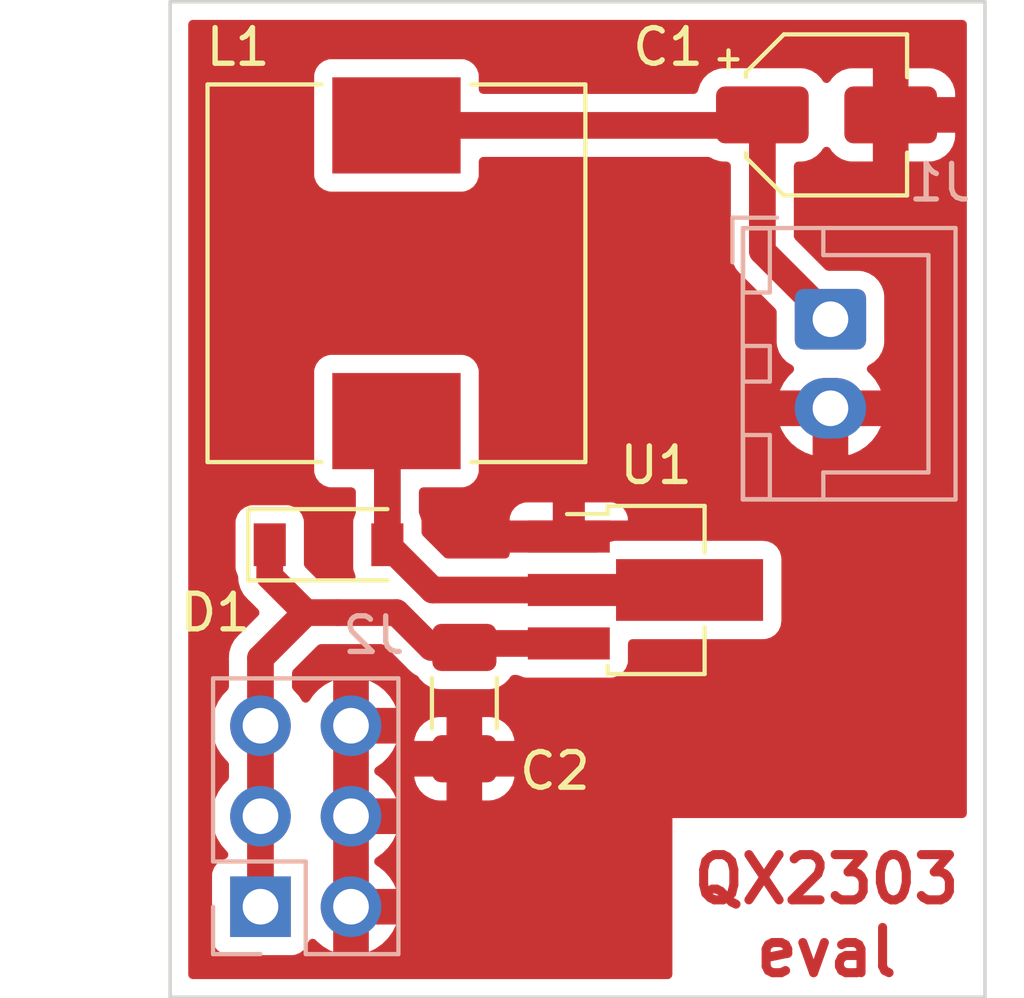
<source format=kicad_pcb>
(kicad_pcb (version 20211014) (generator pcbnew)
  (title_block (title "QX2303L50E breakout") (date "2024-10-12") (rev "0.2") (company "Yavook!de"))
  (layers (0 "F.Cu" signal) (31 "B.Cu" signal) (34 "B.Paste" user) (35 "F.Paste" user) (36 "B.SilkS" user "B.Silkscreen") (37 "F.SilkS" user "F.Silkscreen") (38 "B.Mask" user) (39 "F.Mask" user) (44 "Edge.Cuts" user))
  (net 0 "")
  (net 1 "GND")
  (net 2 "+5V")
  (net 3 "Net-(D1-Pad2)")
  (net 4 "+BATT")
  (footprint "Inductor_SMD:L_10.4x10.4_H4.8" (layer "F.Cu") (at 31.75 33.02 -90)
    (fp_text reference "L1" (at -6.35 4.445 180) (layer "F.SilkS"))
    (fp_text value "47u")
    (fp_line (start 5.3 -5.3) (end 5.3 -2.1) (layer "F.SilkS") (width 0.12))
    (fp_line (start -5.3 5.3) (end -5.3 2.1) (layer "F.SilkS") (width 0.12))
    (fp_line (start -5.3 -2.1) (end -5.3 -5.3) (layer "F.SilkS") (width 0.12))
    (fp_line (start -5.3 -5.3) (end 5.3 -5.3) (layer "F.SilkS") (width 0.12))
    (fp_line (start 5.3 5.3) (end -5.3 5.3) (layer "F.SilkS") (width 0.12))
    (fp_line (start 5.3 2.1) (end 5.3 5.3) (layer "F.SilkS") (width 0.12))
    (pad "1" smd rect (at -4.15 0 270) (size 2.7 3.6) (layers "F.Cu" "F.Paste" "F.Mask") (net 4 "+BATT"))
    (pad "2" smd rect (at 4.15 0 270) (size 2.7 3.6) (layers "F.Cu" "F.Paste" "F.Mask") (net 3 "Net-(D1-Pad2)"))
  )
  (footprint "Package_TO_SOT_SMD:SOT-89-3_Handsoldering" (layer "F.Cu") (at 38.735 41.91)
    (fp_text reference "U1" (at 0.3 -3.5) (layer "F.SilkS"))
    (fp_text value "QX2303L50E")
    (fp_line (start -1.06 2.36) (end -1.06 2.13) (layer "F.SilkS") (width 0.12))
    (fp_line (start -2.2 -2.13) (end -1.06 -2.13) (layer "F.SilkS") (width 0.12))
    (fp_line (start 1.66 2.36) (end -1.06 2.36) (layer "F.SilkS") (width 0.12))
    (fp_line (start 1.66 1.05) (end 1.66 2.36) (layer "F.SilkS") (width 0.12))
    (fp_line (start -1.06 -2.36) (end 1.66 -2.36) (layer "F.SilkS") (width 0.12))
    (fp_line (start -1.06 -2.36) (end -1.06 -2.13) (layer "F.SilkS") (width 0.12))
    (fp_line (start 1.66 -2.36) (end 1.66 -1.05) (layer "F.SilkS") (width 0.12))
    (pad "1" smd rect (at -2.15 -1.5) (size 2.3 0.9) (layers "F.Cu" "F.Paste" "F.Mask") (net 1 "GND"))
    (pad "2" smd custom (at -2.0625 0) (size 2.475 0.9) (layers "F.Cu" "F.Paste" "F.Mask") (net 3 "Net-(D1-Pad2)") (options (clearance outline) (anchor rect)) (primitives (gr_poly (pts (xy 5.3625 0.8665) (xy 1.2375 0.8665) (xy 1.2375 -0.8665) (xy 5.3625 -0.8665)) (width 0) (fill yes))))
    (pad "3" smd rect (at -2.15 1.5) (size 2.3 0.9) (layers "F.Cu" "F.Paste" "F.Mask") (net 2 "+5V"))
  )
  (footprint "Diode_SMD:D_SOD-123" (layer "F.Cu") (at 29.845 40.64)
    (fp_text reference "D1" (at -3.175 1.905) (layer "F.SilkS"))
    (fp_text value "1N5819W")
    (fp_line (start -2.25 -1) (end 1.65 -1) (layer "F.SilkS") (width 0.12))
    (fp_line (start -2.25 1) (end 1.65 1) (layer "F.SilkS") (width 0.12))
    (fp_line (start -2.25 -1) (end -2.25 1) (layer "F.SilkS") (width 0.12))
    (pad "1" smd rect (at -1.65 0) (size 0.9 1.2) (layers "F.Cu" "F.Paste" "F.Mask") (net 2 "+5V"))
    (pad "2" smd rect (at 1.65 0) (size 0.9 1.2) (layers "F.Cu" "F.Paste" "F.Mask") (net 3 "Net-(D1-Pad2)"))
  )
  (footprint "Capacitor_SMD:CP_Elec_4x5.4" (layer "F.Cu") (at 43.815 28.575)
    (fp_text reference "C1" (at -4.445 -1.905) (layer "F.SilkS"))
    (fp_text value "10u")
    (fp_line (start -2.26 -1.195563) (end -1.195563 -2.26) (layer "F.SilkS") (width 0.12))
    (fp_line (start 2.26 2.26) (end 2.26 1.06) (layer "F.SilkS") (width 0.12))
    (fp_line (start -2.26 -1.195563) (end -2.26 -1.06) (layer "F.SilkS") (width 0.12))
    (fp_line (start -2.26 1.195563) (end -2.26 1.06) (layer "F.SilkS") (width 0.12))
    (fp_line (start -1.195563 -2.26) (end 2.26 -2.26) (layer "F.SilkS") (width 0.12))
    (fp_line (start 2.26 -2.26) (end 2.26 -1.06) (layer "F.SilkS") (width 0.12))
    (fp_line (start -2.75 -1.81) (end -2.75 -1.31) (layer "F.SilkS") (width 0.12))
    (fp_line (start -1.195563 2.26) (end 2.26 2.26) (layer "F.SilkS") (width 0.12))
    (fp_line (start -2.26 1.195563) (end -1.195563 2.26) (layer "F.SilkS") (width 0.12))
    (fp_line (start -3 -1.56) (end -2.5 -1.56) (layer "F.SilkS") (width 0.12))
    (pad "1" smd roundrect (at -1.8 0) (size 2.6 1.6) (layers "F.Cu" "F.Paste" "F.Mask") (roundrect_rratio 0.15625) (net 4 "+BATT"))
    (pad "2" smd roundrect (at 1.8 0) (size 2.6 1.6) (layers "F.Cu" "F.Paste" "F.Mask") (roundrect_rratio 0.15625) (net 1 "GND"))
  )
  (footprint "Capacitor_SMD:C_1206_3216Metric_Pad1.33x1.80mm_HandSolder" (layer "F.Cu") (at 33.655 45.085 -90)
    (fp_text reference "C2" (at 1.905 -2.54) (layer "F.SilkS"))
    (fp_text value "22u Ta")
    (fp_line (start -0.711252 -0.91) (end 0.711252 -0.91) (layer "F.SilkS") (width 0.12))
    (fp_line (start -0.711252 0.91) (end 0.711252 0.91) (layer "F.SilkS") (width 0.12))
    (pad "1" smd roundrect (at -1.5625 0 270) (size 1.325 1.8) (layers "F.Cu" "F.Paste" "F.Mask") (roundrect_rratio 0.188679) (net 2 "+5V"))
    (pad "2" smd roundrect (at 1.5625 0 270) (size 1.325 1.8) (layers "F.Cu" "F.Paste" "F.Mask") (roundrect_rratio 0.188679) (net 1 "GND"))
  )
  (footprint "Connector_JST:JST_XH_B2B-XH-A_1x02_P2.50mm_Vertical" (layer "B.Cu") (at 43.925 34.31 -90)
    (fp_text reference "J1" (at -3.83 -3.065 180) (layer "B.SilkS") (effects (justify mirror)))
    (fp_text value "Conn_01x02")
    (fp_line (start -2.56 -3.51) (end 5.06 -3.51) (layer "B.SilkS") (width 0.12))
    (fp_line (start 1.75 2.45) (end 0.75 2.45) (layer "B.SilkS") (width 0.12))
    (fp_line (start -2.55 0.2) (end -1.8 0.2) (layer "B.SilkS") (width 0.12))
    (fp_line (start 5.06 -3.51) (end 5.06 2.46) (layer "B.SilkS") (width 0.12))
    (fp_line (start -0.75 1.7) (end -0.75 2.45) (layer "B.SilkS") (width 0.12))
    (fp_line (start 1.75 1.7) (end 1.75 2.45) (layer "B.SilkS") (width 0.12))
    (fp_line (start 5.05 2.45) (end 3.25 2.45) (layer "B.SilkS") (width 0.12))
    (fp_line (start 4.3 -2.75) (end 1.25 -2.75) (layer "B.SilkS") (width 0.12))
    (fp_line (start -0.75 2.45) (end -2.55 2.45) (layer "B.SilkS") (width 0.12))
    (fp_line (start 4.3 0.2) (end 4.3 -2.75) (layer "B.SilkS") (width 0.12))
    (fp_line (start 3.25 2.45) (end 3.25 1.7) (layer "B.SilkS") (width 0.12))
    (fp_line (start -2.55 1.7) (end -0.75 1.7) (layer "B.SilkS") (width 0.12))
    (fp_line (start -2.56 2.46) (end -2.56 -3.51) (layer "B.SilkS") (width 0.12))
    (fp_line (start -2.85 2.75) (end -2.85 1.5) (layer "B.SilkS") (width 0.12))
    (fp_line (start 5.06 2.46) (end -2.56 2.46) (layer "B.SilkS") (width 0.12))
    (fp_line (start -1.6 2.75) (end -2.85 2.75) (layer "B.SilkS") (width 0.12))
    (fp_line (start 0.75 2.45) (end 0.75 1.7) (layer "B.SilkS") (width 0.12))
    (fp_line (start 0.75 1.7) (end 1.75 1.7) (layer "B.SilkS") (width 0.12))
    (fp_line (start 5.05 1.7) (end 5.05 2.45) (layer "B.SilkS") (width 0.12))
    (fp_line (start -1.8 0.2) (end -1.8 -2.75) (layer "B.SilkS") (width 0.12))
    (fp_line (start -1.8 -2.75) (end 1.25 -2.75) (layer "B.SilkS") (width 0.12))
    (fp_line (start -2.55 2.45) (end -2.55 1.7) (layer "B.SilkS") (width 0.12))
    (fp_line (start 3.25 1.7) (end 5.05 1.7) (layer "B.SilkS") (width 0.12))
    (fp_line (start 5.05 0.2) (end 4.3 0.2) (layer "B.SilkS") (width 0.12))
    (pad "1" thru_hole roundrect (at 0 0 270) (size 1.7 2) (drill 1) (layers *.Cu *.Mask) (roundrect_rratio 0.147059) (net 4 "+BATT"))
    (pad "2" thru_hole oval (at 2.5 0 270) (size 1.7 2) (drill 1) (layers *.Cu *.Mask) (net 1 "GND"))
  )
  (footprint "Connector_PinHeader_2.54mm:PinHeader_2x03_P2.54mm_Vertical" (layer "B.Cu") (at 27.935 50.8)
    (fp_text reference "J2" (at 3.18 -7.62) (layer "B.SilkS") (effects (justify mirror)))
    (fp_text value "Conn_02x03_Odd_Even")
    (fp_line (start -1.33 -1.27) (end -1.33 -6.41) (layer "B.SilkS") (width 0.12))
    (fp_line (start 3.87 1.33) (end 3.87 -6.41) (layer "B.SilkS") (width 0.12))
    (fp_line (start -1.33 -6.41) (end 3.87 -6.41) (layer "B.SilkS") (width 0.12))
    (fp_line (start 1.27 -1.27) (end 1.27 1.33) (layer "B.SilkS") (width 0.12))
    (fp_line (start -1.33 1.33) (end 0 1.33) (layer "B.SilkS") (width 0.12))
    (fp_line (start -1.33 0) (end -1.33 1.33) (layer "B.SilkS") (width 0.12))
    (fp_line (start 1.27 1.33) (end 3.87 1.33) (layer "B.SilkS") (width 0.12))
    (fp_line (start -1.33 -1.27) (end 1.27 -1.27) (layer "B.SilkS") (width 0.12))
    (pad "1" thru_hole rect (at 0 0) (size 1.7 1.7) (drill 1) (layers *.Cu *.Mask) (net 2 "+5V"))
    (pad "2" thru_hole oval (at 2.54 0) (size 1.7 1.7) (drill 1) (layers *.Cu *.Mask) (net 1 "GND"))
    (pad "3" thru_hole oval (at 0 -2.54) (size 1.7 1.7) (drill 1) (layers *.Cu *.Mask) (net 2 "+5V"))
    (pad "4" thru_hole oval (at 2.54 -2.54) (size 1.7 1.7) (drill 1) (layers *.Cu *.Mask) (net 1 "GND"))
    (pad "5" thru_hole oval (at 0 -5.08) (size 1.7 1.7) (drill 1) (layers *.Cu *.Mask) (net 2 "+5V"))
    (pad "6" thru_hole oval (at 2.54 -5.08) (size 1.7 1.7) (drill 1) (layers *.Cu *.Mask) (net 1 "GND"))
  )
  (gr_line (start 48.26 53.34) (end 25.4 53.34) (layer "Edge.Cuts") (width 0.1))
  (gr_line (start 48.26 25.4) (end 48.26 53.34) (layer "Edge.Cuts") (width 0.1))
  (gr_line (start 25.4 53.34) (end 25.4 25.4) (layer "Edge.Cuts") (width 0.1))
  (gr_line (start 25.4 25.4) (end 48.26 25.4) (layer "Edge.Cuts") (width 0.1))
  (gr_text "QX2303\neval" (at 43.815 51.055) (layer "F.Cu") (effects (font (size 1.27 1.27) (thickness 0.254))))
  (segment (start 27.935 50.8) (end 27.935 48.26) (width 0.75) (layer "F.Cu") (net 2))
  (segment (start 27.935 48.26) (end 27.935 45.72) (width 0.75) (layer "F.Cu") (net 2))
  (segment (start 27.935 43.82) (end 29.21 42.545) (width 0.75) (layer "F.Cu") (net 2))
  (segment (start 28.195 40.64) (end 28.195 41.53) (width 0.75) (layer "F.Cu") (net 2))
  (segment (start 29.21 42.545) (end 30.1 42.545) (width 0.75) (layer "F.Cu") (net 2))
  (segment (start 32.7275 43.5225) (end 31.75 42.545) (width 0.75) (layer "F.Cu") (net 2))
  (segment (start 33.655 43.5225) (end 32.7275 43.5225) (width 0.75) (layer "F.Cu") (net 2))
  (segment (start 31.75 42.545) (end 30.1 42.545) (width 0.75) (layer "F.Cu") (net 2))
  (segment (start 33.7675 43.41) (end 33.655 43.5225) (width 0.75) (layer "F.Cu") (net 2))
  (segment (start 28.195 41.53) (end 29.21 42.545) (width 0.75) (layer "F.Cu") (net 2))
  (segment (start 36.585 43.41) (end 33.7675 43.41) (width 0.75) (layer "F.Cu") (net 2))
  (segment (start 27.935 45.72) (end 27.935 43.82) (width 0.75) (layer "F.Cu") (net 2))
  (segment (start 31.495 37.425) (end 31.75 37.17) (width 0.75) (layer "F.Cu") (net 3))
  (segment (start 31.495 40.64) (end 31.495 37.425) (width 0.75) (layer "F.Cu") (net 3))
  (segment (start 36.6725 41.91) (end 32.765 41.91) (width 0.75) (layer "F.Cu") (net 3))
  (segment (start 32.765 41.91) (end 31.495 40.64) (width 0.75) (layer "F.Cu") (net 3))
  (segment (start 41.72 28.87) (end 31.75 28.87) (width 0.75) (layer "F.Cu") (net 4))
  (segment (start 43.925 34.31) (end 42.015 32.4) (width 0.75) (layer "F.Cu") (net 4))
  (segment (start 42.015 32.4) (end 42.015 28.575) (width 0.75) (layer "F.Cu") (net 4))
  (segment (start 42.015 28.575) (end 41.72 28.87) (width 0.75) (layer "F.Cu") (net 4))
  (zone (net 1) (net_name "GND") (layer "F.Cu") (connect_pads (clearance 0.508)) (min_thickness 0.254) (fill yes (thermal_gap 0.508) (thermal_bridge_width 1))
    (polygon (pts (xy 48.26 53.34) (xy 25.4 53.34) (xy 25.4 25.4) (xy 48.26 25.4)))
  )
)
</source>
